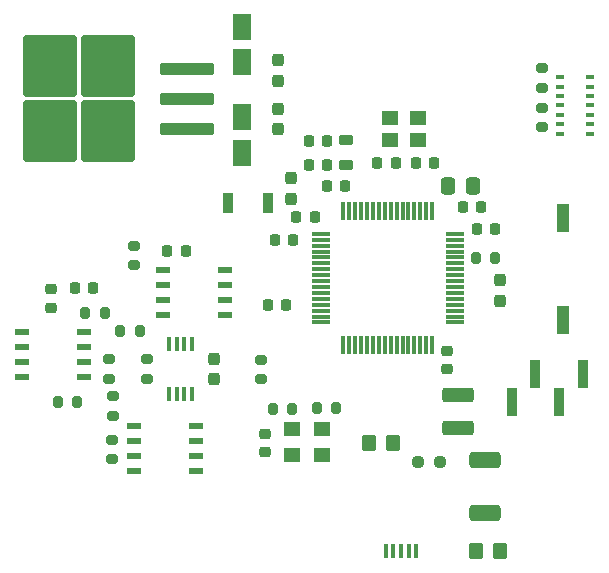
<source format=gbr>
%TF.GenerationSoftware,KiCad,Pcbnew,7.0.2*%
%TF.CreationDate,2023-11-28T02:03:26-03:00*%
%TF.ProjectId,Schematic_monitor,53636865-6d61-4746-9963-5f6d6f6e6974,rev?*%
%TF.SameCoordinates,Original*%
%TF.FileFunction,Paste,Top*%
%TF.FilePolarity,Positive*%
%FSLAX45Y45*%
G04 Gerber Fmt 4.5, Leading zero omitted, Abs format (unit mm)*
G04 Created by KiCad (PCBNEW 7.0.2) date 2023-11-28 02:03:26*
%MOMM*%
%LPD*%
G01*
G04 APERTURE LIST*
G04 Aperture macros list*
%AMRoundRect*
0 Rectangle with rounded corners*
0 $1 Rounding radius*
0 $2 $3 $4 $5 $6 $7 $8 $9 X,Y pos of 4 corners*
0 Add a 4 corners polygon primitive as box body*
4,1,4,$2,$3,$4,$5,$6,$7,$8,$9,$2,$3,0*
0 Add four circle primitives for the rounded corners*
1,1,$1+$1,$2,$3*
1,1,$1+$1,$4,$5*
1,1,$1+$1,$6,$7*
1,1,$1+$1,$8,$9*
0 Add four rect primitives between the rounded corners*
20,1,$1+$1,$2,$3,$4,$5,0*
20,1,$1+$1,$4,$5,$6,$7,0*
20,1,$1+$1,$6,$7,$8,$9,0*
20,1,$1+$1,$8,$9,$2,$3,0*%
G04 Aperture macros list end*
%ADD10R,1.120000X2.440000*%
%ADD11RoundRect,0.200000X-0.275000X0.200000X-0.275000X-0.200000X0.275000X-0.200000X0.275000X0.200000X0*%
%ADD12RoundRect,0.237500X-0.237500X0.287500X-0.237500X-0.287500X0.237500X-0.287500X0.237500X0.287500X0*%
%ADD13RoundRect,0.250000X0.350000X0.450000X-0.350000X0.450000X-0.350000X-0.450000X0.350000X-0.450000X0*%
%ADD14RoundRect,0.200000X0.200000X0.275000X-0.200000X0.275000X-0.200000X-0.275000X0.200000X-0.275000X0*%
%ADD15RoundRect,0.200000X0.275000X-0.200000X0.275000X0.200000X-0.275000X0.200000X-0.275000X-0.200000X0*%
%ADD16R,1.400000X1.200000*%
%ADD17RoundRect,0.225000X-0.225000X-0.250000X0.225000X-0.250000X0.225000X0.250000X-0.225000X0.250000X0*%
%ADD18RoundRect,0.237500X0.250000X0.237500X-0.250000X0.237500X-0.250000X-0.237500X0.250000X-0.237500X0*%
%ADD19RoundRect,0.225000X0.225000X0.250000X-0.225000X0.250000X-0.225000X-0.250000X0.225000X-0.250000X0*%
%ADD20RoundRect,0.250000X-0.337500X-0.475000X0.337500X-0.475000X0.337500X0.475000X-0.337500X0.475000X0*%
%ADD21RoundRect,0.237500X0.237500X-0.300000X0.237500X0.300000X-0.237500X0.300000X-0.237500X-0.300000X0*%
%ADD22RoundRect,0.075000X-0.075000X0.700000X-0.075000X-0.700000X0.075000X-0.700000X0.075000X0.700000X0*%
%ADD23RoundRect,0.075000X-0.700000X0.075000X-0.700000X-0.075000X0.700000X-0.075000X0.700000X0.075000X0*%
%ADD24RoundRect,0.250000X-1.075000X0.375000X-1.075000X-0.375000X1.075000X-0.375000X1.075000X0.375000X0*%
%ADD25R,0.450000X1.300000*%
%ADD26RoundRect,0.218750X-0.218750X-0.256250X0.218750X-0.256250X0.218750X0.256250X-0.218750X0.256250X0*%
%ADD27R,1.600000X2.200000*%
%ADD28R,0.381000X1.219200*%
%ADD29R,0.900000X1.700000*%
%ADD30R,1.257300X0.508000*%
%ADD31RoundRect,0.225000X-0.250000X0.225000X-0.250000X-0.225000X0.250000X-0.225000X0.250000X0.225000X0*%
%ADD32RoundRect,0.250000X2.050000X0.300000X-2.050000X0.300000X-2.050000X-0.300000X2.050000X-0.300000X0*%
%ADD33RoundRect,0.250000X2.025000X2.375000X-2.025000X2.375000X-2.025000X-2.375000X2.025000X-2.375000X0*%
%ADD34RoundRect,0.218750X-0.381250X0.218750X-0.381250X-0.218750X0.381250X-0.218750X0.381250X0.218750X0*%
%ADD35RoundRect,0.237500X0.237500X-0.287500X0.237500X0.287500X-0.237500X0.287500X-0.237500X-0.287500X0*%
%ADD36RoundRect,0.200000X-0.200000X-0.275000X0.200000X-0.275000X0.200000X0.275000X-0.200000X0.275000X0*%
%ADD37R,0.850000X2.350000*%
%ADD38R,0.711200X0.304800*%
%ADD39RoundRect,0.250000X-1.075000X0.425000X-1.075000X-0.425000X1.075000X-0.425000X1.075000X0.425000X0*%
G04 APERTURE END LIST*
D10*
%TO.C,SW2*%
X14850200Y-10023700D03*
X14850200Y-10884700D03*
%TD*%
D11*
%TO.C,R2*%
X11040200Y-11534988D03*
X11040200Y-11699988D03*
%TD*%
D12*
%TO.C,FB2*%
X12434600Y-9098300D03*
X12434600Y-9273300D03*
%TD*%
D13*
%TO.C,R10*%
X14316700Y-12844700D03*
X14116700Y-12844700D03*
%TD*%
D14*
%TO.C,R14*%
X12558700Y-11638200D03*
X12393700Y-11638200D03*
%TD*%
D15*
%TO.C,R7*%
X11005200Y-11384988D03*
X11005200Y-11219988D03*
%TD*%
D16*
%TO.C,Y1*%
X13622200Y-9175700D03*
X13382200Y-9175700D03*
X13382200Y-9365700D03*
X13622200Y-9365700D03*
%TD*%
D14*
%TO.C,R1*%
X14275700Y-10360700D03*
X14110700Y-10360700D03*
%TD*%
D17*
%TO.C,C7*%
X14121700Y-10116700D03*
X14276700Y-10116700D03*
%TD*%
D18*
%TO.C,R15*%
X13808450Y-12090200D03*
X13625950Y-12090200D03*
%TD*%
D19*
%TO.C,C3*%
X12852700Y-9573700D03*
X12697700Y-9573700D03*
%TD*%
D11*
%TO.C,R12*%
X14674200Y-9092100D03*
X14674200Y-9257100D03*
%TD*%
D20*
%TO.C,C5*%
X13880450Y-9752700D03*
X14087950Y-9752700D03*
%TD*%
D21*
%TO.C,C15*%
X11899000Y-11386938D03*
X11899000Y-11214438D03*
%TD*%
D22*
%TO.C,U1*%
X13741200Y-9966200D03*
X13691200Y-9966200D03*
X13641200Y-9966200D03*
X13591200Y-9966200D03*
X13541200Y-9966200D03*
X13491200Y-9966200D03*
X13441200Y-9966200D03*
X13391200Y-9966200D03*
X13341200Y-9966200D03*
X13291200Y-9966200D03*
X13241200Y-9966200D03*
X13191200Y-9966200D03*
X13141200Y-9966200D03*
X13091200Y-9966200D03*
X13041200Y-9966200D03*
X12991200Y-9966200D03*
D23*
X12798700Y-10158700D03*
X12798700Y-10208700D03*
X12798700Y-10258700D03*
X12798700Y-10308700D03*
X12798700Y-10358700D03*
X12798700Y-10408700D03*
X12798700Y-10458700D03*
X12798700Y-10508700D03*
X12798700Y-10558700D03*
X12798700Y-10608700D03*
X12798700Y-10658700D03*
X12798700Y-10708700D03*
X12798700Y-10758700D03*
X12798700Y-10808700D03*
X12798700Y-10858700D03*
X12798700Y-10908700D03*
D22*
X12991200Y-11101200D03*
X13041200Y-11101200D03*
X13091200Y-11101200D03*
X13141200Y-11101200D03*
X13191200Y-11101200D03*
X13241200Y-11101200D03*
X13291200Y-11101200D03*
X13341200Y-11101200D03*
X13391200Y-11101200D03*
X13441200Y-11101200D03*
X13491200Y-11101200D03*
X13541200Y-11101200D03*
X13591200Y-11101200D03*
X13641200Y-11101200D03*
X13691200Y-11101200D03*
X13741200Y-11101200D03*
D23*
X13933700Y-10908700D03*
X13933700Y-10858700D03*
X13933700Y-10808700D03*
X13933700Y-10758700D03*
X13933700Y-10708700D03*
X13933700Y-10658700D03*
X13933700Y-10608700D03*
X13933700Y-10558700D03*
X13933700Y-10508700D03*
X13933700Y-10458700D03*
X13933700Y-10408700D03*
X13933700Y-10358700D03*
X13933700Y-10308700D03*
X13933700Y-10258700D03*
X13933700Y-10208700D03*
X13933700Y-10158700D03*
%TD*%
D19*
%TO.C,C14*%
X13432700Y-9557700D03*
X13277700Y-9557700D03*
%TD*%
D24*
%TO.C,D5*%
X13963000Y-11524000D03*
X13963000Y-11804000D03*
%TD*%
D25*
%TO.C,J2*%
X13608700Y-12847700D03*
X13543700Y-12847700D03*
X13478700Y-12847700D03*
X13413700Y-12847700D03*
X13348700Y-12847700D03*
%TD*%
D14*
%TO.C,R6*%
X10970700Y-10831488D03*
X10805700Y-10831488D03*
%TD*%
D26*
%TO.C,D3*%
X11496450Y-10301200D03*
X11653950Y-10301200D03*
%TD*%
D27*
%TO.C,C1*%
X12130800Y-9170400D03*
X12130800Y-9470400D03*
%TD*%
D28*
%TO.C,U5*%
X11513700Y-11516578D03*
X11578700Y-11516578D03*
X11643700Y-11516578D03*
X11708700Y-11516578D03*
X11708700Y-11092398D03*
X11643700Y-11092398D03*
X11578700Y-11092398D03*
X11513700Y-11092398D03*
%TD*%
D19*
%TO.C,C8*%
X12565200Y-10209700D03*
X12410200Y-10209700D03*
%TD*%
D11*
%TO.C,R11*%
X14676200Y-8755100D03*
X14676200Y-8920100D03*
%TD*%
D29*
%TO.C,SW1*%
X12014408Y-9893704D03*
X12354408Y-9893704D03*
%TD*%
D30*
%TO.C,U8*%
X11461945Y-10463988D03*
X11461945Y-10590988D03*
X11461945Y-10717988D03*
X11461945Y-10844988D03*
X11986455Y-10844988D03*
X11986455Y-10717988D03*
X11986455Y-10590988D03*
X11986455Y-10463988D03*
%TD*%
D27*
%TO.C,C2*%
X12130800Y-8706000D03*
X12130800Y-8406000D03*
%TD*%
D31*
%TO.C,C16*%
X10518200Y-10628988D03*
X10518200Y-10783988D03*
%TD*%
D19*
%TO.C,C4*%
X13007200Y-9757200D03*
X12852200Y-9757200D03*
%TD*%
D17*
%TO.C,C13*%
X13601700Y-9559700D03*
X13756700Y-9559700D03*
%TD*%
D19*
%TO.C,C17*%
X10871700Y-10615488D03*
X10716700Y-10615488D03*
%TD*%
D32*
%TO.C,U2*%
X11666900Y-9267200D03*
X11666900Y-9013200D03*
D33*
X10994400Y-9290700D03*
X10994400Y-8735700D03*
X10509400Y-9290700D03*
X10509400Y-8735700D03*
D32*
X11666900Y-8759200D03*
%TD*%
D19*
%TO.C,C9*%
X12506200Y-10764700D03*
X12351200Y-10764700D03*
%TD*%
D31*
%TO.C,C18*%
X12328200Y-11854700D03*
X12328200Y-12009700D03*
%TD*%
D34*
%TO.C,FB3*%
X13013200Y-9366450D03*
X13013200Y-9578950D03*
%TD*%
D35*
%TO.C,FB1*%
X12435600Y-8860800D03*
X12435600Y-8685800D03*
%TD*%
D14*
%TO.C,R5*%
X10737700Y-11586488D03*
X10572700Y-11586488D03*
%TD*%
D17*
%TO.C,C6*%
X14004700Y-9931700D03*
X14159700Y-9931700D03*
%TD*%
D36*
%TO.C,R8*%
X11101700Y-10984488D03*
X11266700Y-10984488D03*
%TD*%
D12*
%TO.C,D2*%
X14319200Y-10549200D03*
X14319200Y-10724200D03*
%TD*%
D19*
%TO.C,C11*%
X12854700Y-9369700D03*
X12699700Y-9369700D03*
%TD*%
D15*
%TO.C,R9*%
X11218200Y-10424988D03*
X11218200Y-10259988D03*
%TD*%
D36*
%TO.C,R13*%
X12764700Y-11631200D03*
X12929700Y-11631200D03*
%TD*%
D37*
%TO.C,J1*%
X14416800Y-11578600D03*
X14616800Y-11343600D03*
X14816800Y-11578600D03*
X15016800Y-11343600D03*
%TD*%
D12*
%TO.C,D1*%
X12545200Y-9685950D03*
X12545200Y-9860950D03*
%TD*%
D11*
%TO.C,R3*%
X11028200Y-11902988D03*
X11028200Y-12067988D03*
%TD*%
%TO.C,R4*%
X11324000Y-11222188D03*
X11324000Y-11387188D03*
%TD*%
D16*
%TO.C,U3*%
X12809200Y-11813950D03*
X12555200Y-11813950D03*
X12555200Y-12033950D03*
X12809200Y-12033950D03*
%TD*%
D13*
%TO.C,R16*%
X13409000Y-11932000D03*
X13209000Y-11932000D03*
%TD*%
D31*
%TO.C,C10*%
X13868200Y-11148200D03*
X13868200Y-11303200D03*
%TD*%
D30*
%TO.C,U7*%
X10793455Y-11366988D03*
X10793455Y-11239988D03*
X10793455Y-11112988D03*
X10793455Y-10985988D03*
X10268945Y-10985988D03*
X10268945Y-11112988D03*
X10268945Y-11239988D03*
X10268945Y-11366988D03*
%TD*%
%TO.C,U6*%
X11214690Y-11783988D03*
X11214690Y-11910988D03*
X11214690Y-12037988D03*
X11214690Y-12164988D03*
X11739200Y-12164988D03*
X11739200Y-12037988D03*
X11739200Y-11910988D03*
X11739200Y-11783988D03*
%TD*%
D38*
%TO.C,U4*%
X14823200Y-8831600D03*
X14823200Y-8911600D03*
X14823200Y-8991600D03*
X14823200Y-9071600D03*
X14823200Y-9151600D03*
X14823200Y-9231600D03*
X14823200Y-9311600D03*
X15082280Y-9311600D03*
X15082280Y-9231600D03*
X15082280Y-9151600D03*
X15082280Y-9071600D03*
X15082280Y-8991600D03*
X15082280Y-8911600D03*
X15082280Y-8831600D03*
%TD*%
D39*
%TO.C,D4*%
X14189700Y-12074700D03*
X14189700Y-12524700D03*
%TD*%
D15*
%TO.C,Rg1*%
X12295200Y-11388988D03*
X12295200Y-11223988D03*
%TD*%
D19*
%TO.C,C12*%
X12747700Y-10018200D03*
X12592700Y-10018200D03*
%TD*%
M02*

</source>
